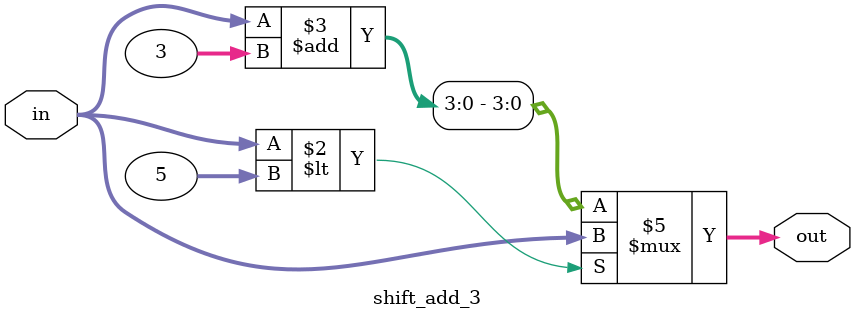
<source format=v>
module Binary_to_BCD(
    input[7:0] in,
    output reg[3:0] hundreds,
    output reg[3:0] tens,
    output reg[3:0] ones
    );

wire [3:0] w1,w2, w3, w4, w5, w6, w7;

shift_add_3 sh1({1'b0, in[7:5]}, w1);
shift_add_3 sh2({w1[2:0], in[4]}, w2);
shift_add_3 sh3({w2[2:0], in[3]}, w3);
shift_add_3 sh4({w3[2:0], in[2]}, w4);
shift_add_3 sh5({w4[2:0], in[1]}, w5);
shift_add_3 sh6({1'b0, w1[3], w2[3], w3[3]}, w6);
shift_add_3 sh7({w6[2:0], w4[3]}, w7);

always @(in) begin
    ones = {w5[2:0], in[0]};
    tens = {w7[2:0], w5[3]};
    hundreds = {2'b00, w6[3], w7[3]};
end

endmodule

module shift_add_3(input[3:0] in, output reg[3:0] out);

always @(in) begin
    if (in < 5)
        out = in;
    else
        out = in + 3;
end

endmodule
</source>
